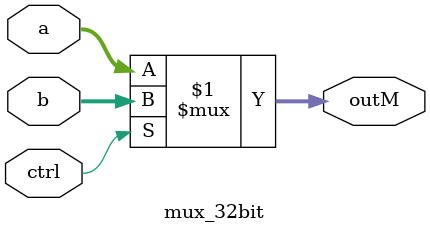
<source format=v>
module mux_32bit(a, b, ctrl, outM);

	input [31:0] a, b;
	input ctrl;
	output [31:0] outM;

	// If ctrl = 0 -> a
	// If ctrl = 1 -> b
	assign outM = (ctrl) ? b : a;

endmodule

</source>
